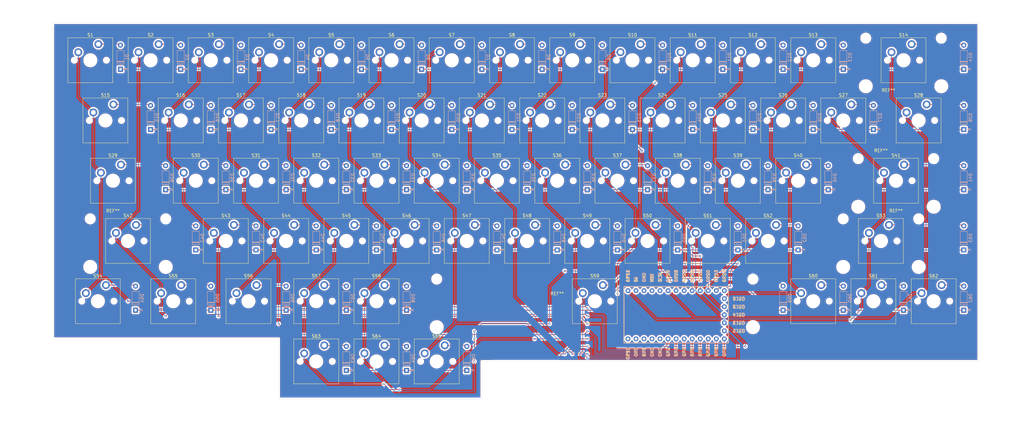
<source format=kicad_pcb>
(kicad_pcb (version 20240108) (generator "pcbnew") (generator_version "8.0")
  (layers (0 "F.Cu" signal) (31 "B.Cu" signal) (34 "B.Paste" user) (35 "F.Paste" user) (36 "B.SilkS" user "B.Silkscreen") (37 "F.SilkS" user "F.Silkscreen") (38 "B.Mask" user) (39 "F.Mask" user) (44 "Edge.Cuts" user))
  (net 0 "")
  (net 1 "Net-(D1-A)")
  (net 2 "Row 0")
  (net 3 "Net-(D2-A)")
  (net 4 "Net-(D3-A)")
  (net 5 "Net-(D4-A)")
  (net 6 "Net-(D5-A)")
  (net 7 "Net-(D6-A)")
  (net 8 "Net-(D7-A)")
  (net 9 "Net-(D8-A)")
  (net 10 "Net-(D9-A)")
  (net 11 "Net-(D10-A)")
  (net 12 "Net-(D11-A)")
  (net 13 "Net-(D12-A)")
  (net 14 "Net-(D13-A)")
  (net 15 "Net-(D14-A)")
  (net 16 "Row 1")
  (net 17 "Row 4")
  (net 18 "Net-(D15-A)")
  (net 19 "Net-(D16-A)")
  (net 20 "Net-(D17-A)")
  (net 21 "Net-(D19-A)")
  (net 22 "Net-(D20-A)")
  (net 23 "Net-(D21-A)")
  (net 24 "Net-(D22-A)")
  (net 25 "Net-(D23-A)")
  (net 26 "Net-(D24-A)")
  (net 27 "Net-(D25-A)")
  (net 28 "Net-(D26-A)")
  (net 29 "Net-(D27-A)")
  (net 30 "Net-(D28-A)")
  (net 31 "Net-(D29-A)")
  (net 32 "Net-(D30-A)")
  (net 33 "Net-(D32-A)")
  (net 34 "Row 2")
  (net 35 "Net-(D33-A)")
  (net 36 "Row 3")
  (net 37 "Net-(D36-A)")
  (net 38 "Net-(D37-A)")
  (net 39 "Net-(D38-A)")
  (net 40 "Net-(D39-A)")
  (net 41 "Net-(D40-A)")
  (net 42 "Net-(D41-A)")
  (net 43 "Net-(D42-A)")
  (net 44 "Net-(D43-A)")
  (net 45 "Net-(D44-A)")
  (net 46 "Net-(D45-A)")
  (net 47 "Net-(D46-A)")
  (net 48 "Net-(D47-A)")
  (net 49 "Net-(D48-A)")
  (net 50 "Net-(D49-A)")
  (net 51 "Net-(D50-A)")
  (net 52 "Net-(D51-A)")
  (net 53 "Net-(D52-A)")
  (net 54 "Net-(D53-A)")
  (net 55 "Net-(D54-A)")
  (net 56 "Net-(D55-A)")
  (net 57 "Net-(D56-A)")
  (net 58 "Net-(D57-A)")
  (net 59 "Net-(D58-A)")
  (net 60 "Net-(D59-A)")
  (net 61 "Net-(D65-A)")
  (net 62 "Row 5")
  (net 63 "Col 0")
  (net 64 "Col 1")
  (net 65 "Col 2")
  (net 66 "Col 3")
  (net 67 "Col 4")
  (net 68 "Col 5")
  (net 69 "Col 6")
  (net 70 "Col 7")
  (net 71 "Col 8")
  (net 72 "Col 9")
  (net 73 "Col 10")
  (net 74 "Col 11")
  (net 75 "Col 12")
  (net 76 "Col 14")
  (net 77 "Col 13")
  (net 88 "Net-(D18-A)")
  (net 89 "Net-(D31-A)")
  (net 90 "Net-(D34-A)")
  (net 91 "Net-(D35-A)")
  (net 92 "Net-(D60-A)")
  (net 93 "Net-(D61-A)")
  (net 94 "Net-(D62-A)")
  (net 95 "Net-(D63-A)")
  (net 96 "Net-(D64-A)")
  (footprint "ScottoKeebs_MX:MX_PCB_1.00u" (layer "F.Cu") (at 147.6375 157.1625)
    (property "Reference" "S63")
    (property "Value" "Keyswitch")
  )
  (footprint "ScottoKeebs_MX:MX_PCB_1.00u" (layer "F.Cu") (at 280.9875 100.0125)
    (property "Reference" "S39")
    (property "Value" "Keyswitch")
  )
  (footprint "ScottoKeebs_MX:MX_PCB_1.25u" (layer "F.Cu") (at 126.20625 138.1125)
    (property "Reference" "S56")
    (property "Value" "Keyswitch")
  )
  (footprint "ScottoKeebs_MCU:RP2040_Pro_Micro" (layer "F.Cu") (at 262.73125 142.39875 90)
    (property "Reference" "U1" (hide yes))
    (property "Value" "RP2040_Pro_Micro" (hide yes))
  )
  (footprint "ScottoKeebs_MX:MX_PCB_1.00u" (layer "F.Cu") (at 147.6375 100.0125)
    (property "Reference" "S32")
    (property "Value" "Keyswitch")
  )
  (footprint "ScottoKeebs_MX:MX_PCB_1.00u" (layer "F.Cu") (at 190.5 61.9125)
    (property "Reference" "S7")
    (property "Value" "Keyswitch")
  )
  (footprint "ScottoKeebs_MX:MX_PCB_1.00u" (layer "F.Cu") (at 180.975 80.9625)
    (property "Reference" "S20")
    (property "Value" "Keyswitch")
  )
  (footprint "ScottoKeebs_MX:MX_PCB_1.00u" (layer "F.Cu") (at 119.0625 119.0625)
    (property "Reference" "S43")
    (property "Value" "Keyswitch")
  )
  (footprint "ScottoKeebs_MX:MX_PCB_1.25u" (layer "F.Cu") (at 102.39375 138.1125)
    (property "Reference" "S55")
    (property "Value" "Keyswitch")
  )
  (footprint "ScottoKeebs_MX:MX_PCB_1.00u" (layer "F.Cu") (at 138.1125 119.0625)
    (property "Reference" "S44")
    (property "Value" "Keyswitch")
  )
  (footprint "ScottoKeebs_MX:MX_PCB_1.00u" (layer "F.Cu") (at 166.6875 138.1125)
    (property "Reference" "S58")
    (property "Value" "Keyswitch")
  )
  (footprint "ScottoKeebs_MX:MX_PCB_1.00u" (layer "F.Cu") (at 228.6 61.9125)
    (property "Reference" "S9")
    (property "Value" "Keyswitch")
  )
  (footprint "ScottoKeebs_MX:MX_PCB_2.75u" (layer "F.Cu") (at 326.23125 119.0625)
    (property "Reference" "S53")
    (property "Value" "Keyswitch")
  )
  (footprint "ScottoKeebs_MX:MX_PCB_6.25u" (layer "F.Cu") (at 235.74375 138.1125)
    (property "Reference" "S59")
    (property "Value" "Keyswitch")
  )
  (footprint "ScottoKeebs_MX:MX_PCB_1.00u" (layer "F.Cu") (at 242.8875 100.0125)
    (property "Reference" "S37")
    (property "Value" "Keyswitch")
  )
  (footprint "ScottoKeebs_MX:MX_PCB_1.00u" (layer "F.Cu") (at 195.2625 119.0625)
    (property "Reference" "S47")
    (property "Value" "Keyswitch")
  )
  (footprint "ScottoKeebs_MX:MX_PCB_1.00u" (layer "F.Cu") (at 171.45 61.9125)
    (property "Reference" "S6")
    (property "Value" "Keyswitch")
  )
  (footprint "ScottoKeebs_MX:MX_PCB_2.25u" (layer "F.Cu") (at 330.99375 100.0125)
    (property "Reference" "S41")
    (property "Value" "Keyswitch")
  )
  (footprint "ScottoKeebs_MX:MX_PCB_1.00u" (layer "F.Cu") (at 257.175 80.9625)
    (property "Reference" "S24")
    (property "Value" "Keyswitch")
  )
  (footprint "ScottoKeebs_MX:MX_PCB_1.00u" (layer "F.Cu") (at 185.7375 157.1625)
    (property "Reference" "S65")
    (property "Value" "Keyswitch")
  )
  (footprint "ScottoKeebs_Stabilizer:Stabilizer_MX_2.00u" (layer "F.Cu") (at 88.10625 119.0625)
    (property "Reference" "REF**")
    (property "Value" "Stabilizer_MX_2.00u")
  )
  (footprint "ScottoKeebs_MX:MX_PCB_1.00u" (layer "F.Cu") (at 200.025 80.9625)
    (property "Reference" "S21")
    (property "Value" "Keyswitch")
  )
  (footprint "ScottoKeebs_MX:MX_PCB_1.00u" (layer "F.Cu") (at 176.2125 119.0625)
    (property "Reference" "S46")
    (property "Value" "Keyswitch")
  )
  (footprint "ScottoKeebs_MX:MX_PCB_1.75u" (layer "F.Cu") (at 83.34375 100.0125)
    (property "Reference" "S29")
    (property "Value" "Keyswitch")
  )
  (footprint "ScottoKeebs_MX:MX_PCB_1.00u" (layer "F.Cu") (at 142.875 80.9625)
    (property "Reference" "S18")
    (property "Value" "Keyswitch")
  )
  (footprint "ScottoKeebs_MX:MX_PCB_1.00u" (layer "F.Cu") (at 304.8 61.9125)
    (property "Reference" "S13")
    (property "Value" "Keyswitch")
  )
  (footprint "ScottoKeebs_MX:MX_PCB_1.00u" (layer "F.Cu") (at 157.1625 119.0625)
    (property "Reference" "S45")
    (property "Value" "Keyswitch")
  )
  (footprint "ScottoKeebs_MX:MX_PCB_1.00u" (layer "F.Cu") (at 233.3625 119.0625)
    (property "Reference" "S49")
    (property "Value" "Keyswitch")
  )
  (footprint "ScottoKeebs_MX:MX_PCB_1.50u" (layer "F.Cu") (at 80.9625 80.9625)
    (property "Reference" "S15")
    (property "Value" "Keyswitch")
  )
  (footprint "ScottoKeebs_Stabilizer:Stabilizer_MX_2.00u" (layer "F.Cu") (at 326.23125 119.0625)
    (property "Reference" "REF**")
    (property "Value" "Stabilizer_MX_2.00u")
  )
  (footprint "ScottoKeebs_MX:MX_PCB_1.00u" (layer "F.Cu") (at 323.85 138.1125)
    (property "Reference" "S61")
    (property "Value" "Keyswitch")
  )
  (footprint "ScottoKeebs_MX:MX_PCB_1.00u" (layer "F.Cu") (at 109.5375 100.0125)
    (property "Reference" "S30")
    (property "Value" "Keyswitch")
  )
  (footprint "ScottoKeebs_MX:MX_PCB_1.00u" (layer "F.Cu") (at 114.3 61.9125)
    (property "Reference" "S3")
    (property "Value" "Keyswitch")
  )
  (footprint "ScottoKeebs_MX:MX_PCB_1.00u" (layer "F.Cu") (at 247.65 61.9125)
    (property "Reference" "S10")
    (property "Value" "Keyswitch")
  )
  (footprint "ScottoKeebs_MX:MX_PCB_1.00u" (layer "F.Cu") (at 166.6875 157.1625)
    (property "Reference" "S64")
    (property "Value" "Keyswitch")
  )
  (footprint "ScottoKeebs_MX:MX_PCB_1.00u" (layer "F.Cu") (at 133.35 61.9125)
    (property "Reference" "S4")
    (property "Value" "Keyswitch")
  )
  (footprint "ScottoKeebs_MX:MX_PCB_1.00u" (layer "F.Cu") (at 314.325 80.9625)
    (property "Reference" "S27")
    (property "Value" "Keyswitch")
  )
  (footprint "ScottoKeebs_MX:MX_PCB_1.00u" (layer "F.Cu") (at 147.6375 138.1125)
    (property "Reference" "S57")
    (property "Value" "Keyswitch")
  )
  (footprint "ScottoKeebs_MX:MX_PCB_1.00u" (layer "F.Cu") (at 342.9 138.1125)
    (property "Reference" "S62")
    (property "Value" "Keyswitch")
  )
  (footprint "ScottoKeebs_MX:MX_PCB_1.00u" (layer "F.Cu") (at 295.275 80.9625)
    (property "Reference" "S26")
    (property "Value" "Keyswitch")
  )
  (footprint "ScottoKeebs_MX:MX_PCB_1.00u" (layer "F.Cu") (at 152.4 61.9125)
    (property "Reference" "S5")
    (property "Value" "Keyswitch")
  )
  (footprint "ScottoKeebs_MX:MX_PCB_1.00u" (layer "F.Cu") (at 104.775 80.9625)
    (property "Reference" "S16")
    (property "Value" "Keyswitch")
  )
  (footprint "ScottoKeebs_MX:MX_PCB_2.25u" (layer "F.Cu") (at 88.10625 119.0625)
    (property "Reference" "S42")
    (property "Value" "Keyswitch")
  )
  (footprint "ScottoKeebs_MX:MX_PCB_1.00u" (layer "F.Cu") (at 185.7375 100.0125)
    (property "Reference" "S34")
    (property "Value" "Keyswitch")
  )
  (footprint "ScottoKeebs_MX:MX_PCB_1.00u" (layer "F.Cu") (at 261.9375 100.0125)
    (property "Reference" "S38")
    (property "Value" "Keyswitch")
  )
  (footprint "ScottoKeebs_MX:MX_PCB_1.00u" (layer "F.Cu") (at 128.5875 100.0125)
    (property "Reference" "S31")
    (property "Value" "Keyswitch")
  )
  (footprint "ScottoKeebs_MX:MX_PCB_1.00u" (layer "F.Cu") (at 304.8 138.1125)
    (property "Reference" "S60")
    (property "Value" "Keyswitch")
  )
  (footprint "ScottoKeebs_MX:MX_PCB_1.00u" (layer "F.Cu") (at 266.7 61.9125)
    (property "Reference" "S11")
    (property "Value" "Keyswitch")
  )
  (footprint "ScottoKeebs_MX:MX_PCB_1.00u" (layer "F.Cu") (at 166.6875 100.0125)
    (property "Reference" "S33")
    (property "Value" "Keyswitch")
  )
  (footprint "ScottoKeebs_MX:MX_PCB_1.00u" (layer "F.Cu") (at 276.225 80.9625)
    (property "Reference" "S25")
    (property "Value" "Keyswitch")
  )
  (footprint "ScottoKeebs_MX:MX_PCB_1.00u" (layer "F.Cu") (at 95.25 61.9125)
    (property "Reference" "S2")
    (property "Value" "Keyswitch")
  )
  (footprint "ScottoKeebs_MX:MX_PCB_1.00u" (layer "F.Cu") (at 238.125 80.9625)
    (property "Reference" "S23")
    (property "Value" "Keyswitch")
  )
  (footprint "ScottoKeebs_MX:MX_PCB_1.00u" (layer "F.Cu") (at 76.2 61.9125)
    (property "Reference" "S1")
    (property "Value" "Keyswitch")
  )
  (footprint "ScottoKeebs_MX:MX_PCB_1.00u" (layer "F.Cu") (at 271.4625 119.0625)
    (property "Reference" "S51")
    (property "Value" "Keyswitch")
  )
  (footprint "ScottoKeebs_Stabilizer:Stabilizer_MX_6.25u" (layer "F.Cu") (at 235.74375 138.1125)
    (property "Reference" "REF**")
    (property "Value" "Stabilizer_MX_6.25u")
  )
  (footprint "ScottoKeebs_MX:MX_PCB_1.00u" (layer "F.Cu") (at 252.4125 119.0625)
    (property "Reference" "S50")
    (property "Value" "Keyswitch")
  )
  (footprint "ScottoKeebs_Stabilizer:Stabilizer_MX_2.00u" (layer "F.Cu") (at 333.375 61.9125)
    (property "Reference" "REF**")
    (property "Value" "Stabilizer_MX_2.00u")
  )
  (footprint "ScottoKeebs_MX:MX_PCB_1.00u" (layer "F.Cu") (at 219.075 80.9625)
    (property "Reference" "S22")
    (property "Value" "Keyswitch")
  )
  (footprint "ScottoKeebs_MX:MX_PCB_1.00u" (layer "F.Cu") (at 204.7875 100.0125)
    (property "Reference" "S35")
    (property "Value" "Keyswitch")
  )
  (footprint "ScottoKeebs_MX:MX_PCB_2.00u" (layer "F.Cu") (at 333.375 61.9125)
    (property "Reference" "S14")
    (property "Value" "Keyswitch")
  )
  (footprint "ScottoKeebs_MX:MX_PCB_1.25u" (layer "F.Cu") (at 78.58125 138.1125)
    (property "Reference" "S54")
    (property "Value" "Keyswitch")
  )
  (footprint "ScottoKeebs_MX:MX_PCB_1.00u" (layer "F.Cu") (at 300.0375 100.0125)
    (property "Reference" "S40")
    (property "Value" "Keyswitch")
  )
  (footprint "ScottoKeebs_MX:MX_PCB_1.00u" (layer "F.Cu") (at 161.925 80.9625)
    (property "Reference" "S19")
    (property "Value" "Keyswitch")
  )
  (footprint "ScottoKeebs_MX:MX_PCB_1.00u" (layer "F.Cu") (at 223.8375 100.0125)
    (property "Reference" "S36")
    (property "Value" "Keyswitch")
  )
  (footprint "ScottoKeebs_MX:MX_PCB_1.00u" (layer "F.Cu") (at 285.75 61.9125)
    (property "Reference" "S12")
    (property "Value" "Keyswitch")
  )
  (footprint "ScottoKeebs_Stabilizer:Stabilizer_MX_2.00u" (layer "F.Cu") (at 330.99375 100.0125)
    (property "Reference" "REF**")
    (property "Value" "Stabilizer_MX_2.00u")
  )
  (footprint "ScottoKeebs_MX:MX_PCB_1.00u" (layer "F.Cu") (at 123.825 80.9625)
    (property "Reference" "S17")
    (property "Value" "Keyswitch")
  )
  (footprint "ScottoKeebs_MX:MX_PCB_1.00u" (layer "F.Cu") (at 290.5125 119.0625)
    (property "Reference" "S52")
    (property "Value" "Keyswitch")
  )
  (footprint "ScottoKeebs_MX:MX_PCB_1.00u" (layer "F.Cu") (at 214.3125 119.0625)
    (property "Reference" "S48")
    (property "Value" "Keyswitch")
  )
  (footprint "ScottoKeebs_MX:MX_PCB_1.50u" (layer "F.Cu") (at 338.1375 80.9625)
    (property "Reference" "S28")
    (property "Value" "Keyswitch")
  )
  (footprint "ScottoKeebs_MX:MX_PCB_1.00u" (layer "F.Cu") (at 209.55 61.9125)
    (property "Reference" "S8")
    (property "Value" "Keyswitch")
  )
  (footprint "ScottoKeebs_Components:Diode_DO-35" (layer "B.Cu") (at 85.725 64.77 90)
    (property "Reference" "D1")
    (property "Value" "Diode")
  )
  (footprint "ScottoKeebs_Components:Diode_DO-35" (layer "B.Cu") (at 209.55 83.82 90)
    (property "Reference" "D21")
    (property "Value" "Diode")
  )
  (footprint "ScottoKeebs_Components:Diode_DO-35" (layer "B.Cu") (at 166.6875 121.92 90)
    (property "Reference" "D45")
    (property "Value" "Diode")
  )
  (footprint "ScottoKeebs_Components:Diode_DO-35" (layer "B.Cu") (at 280.9875 121.92 90)
    (property "Reference" "D51")
    (property "Value" "Diode")
  )
  (footprint "ScottoKeebs_Components:Diode_DO-35" (layer "B.Cu") (at 90.4875 140.97 90)
    (property "Reference" "D54")
    (property "Value" "Diode")
  )
  (footprint "ScottoKeebs_Components:Diode_DO-35" (layer "B.Cu") (at 271.4625 102.87 90)
    (property "Reference" "D38")
    (property "Value" "Diode")
  )
  (footprint "ScottoKeebs_Components:Diode_DO-35" (layer "B.Cu") (at 352.425 102.87 90)
    (property "Reference" "D41")
    (property "Value" "Diode")
  )
  (footprint "ScottoKeebs_Components:Diode_DO-35" (layer "B.Cu") (at 214.3125 102.87 90)
    (property "Reference" "D35")
    (property "Value" "Diode")
  )
  (footprint "ScottoKeebs_Components:Diode_DO-35" (layer "B.Cu") (at 352.425 64.77 90)
    (property "Reference" "D14")
    (property "Value" "Diode")
  )
  (footprint "ScottoKeebs_Components:Diode_DO-35" (layer "B.Cu") (at 233.3625 102.87 90)
    (property "Reference" "D36")
    (property "Value" "Diode")
  )
  (footprint "ScottoKeebs_Components:Diode_DO-35" (layer "B.Cu") (at 133.35 83.82 90)
    (property "Reference" "D17")
    (property "Value" "Diode")
  )
  (footprint "ScottoKeebs_Components:Diode_DO-35" (layer "B.Cu") (at 219.075 64.77 90)
    (property "Reference" "D8")
    (property "Value" "Diode")
  )
  (footprint "ScottoKeebs_Components:Diode_DO-35" (layer "B.Cu") (at 295.275 64.77 90)
    (property "Reference" "D12")
    (property "Value" "Diode")
  )
  (footprint "ScottoKeebs_Components:Diode_DO-35" (layer "B.Cu") (at 352.425 140.97 90)
    (property "Reference" "D62")
    (property "Value" "Diode")
  )
  (footprint "ScottoKeebs_Components:Diode_DO-35" (layer "B.Cu") (at 309.5625 102.87 90)
    (property "Reference" "D40")
    (property "Value" "Diode")
  )
  (footprint "ScottoKeebs_Components:Diode_DO-35" (layer "B.Cu") (at 176.2125 160.02 90)
    (property "Reference" "D64")
    (property "Value" "Diode")
  )
  (footprint "ScottoKeebs_Components:Diode_DO-35" (layer "B.Cu") (at 138.1125 140.97 90)
    (property "Reference" "D56")
    (property "Value" "Diode")
  )
  (footprint "ScottoKeebs_Components:Diode_DO-35" (layer "B.Cu") (at 114.3 140.97 90)
    (property "Reference" "D55")
    (property "Value" "Diode")
  )
  (footprint "ScottoKeebs_Components:Diode_DO-35" (layer "B.Cu") (at 204.7875 121.92 90)
    (property "Reference" "D47")
    (property "Value" "Diode")
  )
  (footprint "ScottoKeebs_Components:Diode_DO-35" (layer "B.Cu") (at 333.375 140.97 90)
    (property "Reference" "D61")
    (property "Value" "Diode")
  )
  (footprint "ScottoKeebs_Components:Diode_DO-35" (layer "B.Cu") (at 100.0125 102.87 90)
    (property "Reference" "D29")
    (property "Value" "Diode")
  )
  (footprint "ScottoKeebs_Components:Diode_DO-35" (layer "B.Cu") (at 304.8 83.82 90)
    (property "Reference" "D26")
    (property "Value" "Diode")
  )
  (footprint "ScottoKeebs_Components:Diode_DO-35" (layer "B.Cu") (at 123.825 64.77 90)
    (property "Reference" "D3")
    (property "Value" "Diode")
  )
  (footprint "ScottoKeebs_Components:Diode_DO-35" (layer "B.Cu") (at 290.5125 102.87 90)
    (property "Reference" "D39")
    (property "Value" "Diode")
  )
  (footprint "ScottoKeebs_Components:Diode_DO-35" (layer "B.Cu") (at 352.425 121.92 90)
    (property "Reference" "D53")
    (property "Value" "Diode")
  )
  (footprint "ScottoKeebs_Components:Diode_DO-35" (layer "B.Cu") (at 252.4125 102.87 90)
    (property "Reference" "D37")
    (property "Value" "Diode")
  )
  (footprint "ScottoKeebs_Components:Diode_DO-35" (layer "B.Cu") (at 142.875 64.77 90)
    (property "Reference" "D4")
    (property "Value" "Diode")
  )
  (footprint "ScottoKeebs_Components:Diode_DO-35" (layer "B.Cu") (at 242.8875 121.92 90)
    (property "Reference" "D49")
    (property "Value" "Diode")
  )
  (footprint "ScottoKeebs_Components:Diode_DO-35" (layer "B.Cu") (at 352.425 83.82 90)
    (property "Reference" "D28")
    (property "Value" "Diode")
  )
  (footprint "ScottoKeebs_Components:Diode_DO-35" (layer "B.Cu") (at 109.5375 121.92 90)
    (property "Reference" "D42")
    (property "Value" "Diode")
  )
  (footprint "ScottoKeebs_Components:Diode_DO-35" (layer "B.Cu") (at 180.975 64.77 90)
    (property "Reference" "D6")
    (property "Value" "Diode")
  )
  (footprint "ScottoKeebs_Components:Diode_DO-35" (layer "B.Cu") (at 119.0625 102.87 90)
    (property "Reference" "D30")
    (property "Value" "Diode")
  )
  (footprint "ScottoKeebs_Components:Diode_DO-35" (layer "B.Cu") (at 200.025 64.77 90)
    (property "Reference" "D7")
    (property "Value" "Diode")
  )
  (footprint "ScottoKeebs_Components:Diode_DO-35" (layer "B.Cu") (at 257.175 64.77 90)
    (property "Reference" "D10")
    (property "Value" "Diode")
  )
  (footprint "ScottoKeebs_Components:Diode_DO-35" (layer "B.Cu") (at 285.75 83.82 90)
    (property "Reference" "D25")
    (property "Value" "Diode")
  )
  (footprint "ScottoKeebs_Components:Diode_DO-35" (layer "B.Cu") (at 95.25 83.82 90)
    (property "Reference" "D15")
    (property "Value" "Diode")
  )
  (footprint "ScottoKeebs_Components:Diode_DO-35" (layer "B.Cu") (at 161.925 64.77 90)
    (property "Reference" "D5")
    (property "Value" "Diode")
  )
  (footprint "ScottoKeebs_Components:Diode_DO-35" (layer "B.Cu") (at 314.325 64.77 90)
    (property "Reference" "D13")
    (property "Value" "Diode")
  )
  (footprint "ScottoKeebs_Components:Diode_DO-35" (layer "B.Cu") (at 300.0375 121.92 90)
    (property "Reference" "D52")
    (property "Value" "Diode")
  )
  (footprint "ScottoKeebs_Components:Diode_DO-35" (layer "B.Cu") (at 157.1625 160.02 90)
    (property "Reference" "D63")
    (property "Value" "Diode")
  )
  (footprint "ScottoKeebs_Components:Diode_DO-35" (layer "B.Cu") (at 152.4 83.82 90)
    (property "Reference" "D18")
    (property "Value" "Diode")
  )
  (footprint "ScottoKeebs_Components:Diode_DO-35" (layer "B.Cu") (at 176.2125 140.97 90)
    (property "Reference" "D58")
    (property "Value" "Diode")
  )
  (footprint "ScottoKeebs_Components:Diode_DO-35" (layer "B.Cu") (at 223.8375 121.92 90)
    (property "Reference" "D48")
    (property "Value" "Diode")
  )
  (footprint "ScottoKeebs_Components:Diode_DO-35" (layer "B.Cu") (at 228.6 83.82 90)
    (property "Reference" "D22")
    (property "Value" "Diode")
  )
  (footprint "ScottoKeebs_Components:Diode_DO-35" (layer "B.Cu") (at 128.5875 121.92 90)
    (property "Reference" "D43")
    (property "Value" "Diode")
  )
  (footprint "ScottoKeebs_Components:Diode_DO-35" (layer "B.Cu") (at 323.85 83.82 90)
    (property "Reference" "D27")
    (property "Value" "Diode")
  )
  (footprint "ScottoKeebs_Components:Diode_DO-35" (layer "B.Cu") (at 185.7375 121.92 90)
    (property "Reference" "D46")
    (property "Value" "Diode")
  )
  (footprint "ScottoKeebs_Components:Diode_DO-35" (layer "B.Cu") (at 190.5 83.82 90)
    (property "Reference" "D20")
    (property "Value" "Diode")
  )
  (footprint "ScottoKeebs_Components:Diode_DO-35" (layer "B.Cu") (at 266.7 83.82 90)
    (property "Reference" "D24")
    (property "Value" "Diode")
  )
  (footprint "ScottoKeebs_Components:Diode_DO-35" (layer "B.Cu") (at 157.1625 102.87 90)
    (property "Reference" "D32")
    (property "Value" "Diode")
  )
  (footprint "ScottoKeebs_Components:Diode_DO-35" (layer "B.Cu") (at 138.1125 102.87 90)
    (property "Reference" "D31")
    (property "Value" "Diode")
  )
  (footprint "ScottoKeebs_Components:Diode_DO-35" (layer "B.Cu") (at 238.125 64.77 90)
    (property "Reference" "D9")
    (property "Value" "Diode")
  )
  (footprint "ScottoKeebs_Components:Diode_DO-35" (layer "B.Cu") (at 295.275 140.97 90)
    (property "Reference" "D59")
    (property "Value" "Diode")
  )
  (footprint "ScottoKeebs_Components:Diode_DO-35" (layer "B.Cu") (at 114.3 83.82 90)
    (property "Reference" "D16")
    (property "Value" "Diode")
  )
  (footprint "ScottoKeebs_Components:Diode_DO-35" (layer "B.Cu") (at 147.6375 121.92 90)
    (property "Reference" "D44")
    (property "Value" "Diode")
  )
  (footprint "ScottoKeebs_Components:Diode_DO-35" (layer "B.Cu") (at 195.2625 102.87 90)
    (property "Reference" "D34")
    (property "Value" "Diode")
  )
  (footprint "ScottoKeebs_Components:Diode_DO-35" (layer "B.Cu") (at 276.225 64.77 90)
    (property "Reference" "D11")
    (property "Value" "Diode")
  )
  (footprint "ScottoKeebs_Components:Diode_DO-35" (layer "B.Cu") (at 157.1625 140.97 90)
    (property "Reference" "D57")
    (property "Value" "Diode")
  )
  (footprint "ScottoKeebs_Components:Diode_DO-35" (layer "B.Cu") (at 171.45 83.82 90)
    (property "Reference" "D19")
    (property "Value" "Diode")
  )
  (footprint "ScottoKeebs_Components:Diode_DO-35" (layer "B.Cu") (at 261.9375 121.92 90)
    (property "Reference" "D50")
    (property "Value" "Diode")
  )
  (footprint "ScottoKeebs_Components:Diode_DO-35" (layer "B.Cu") (at 104.775 64.77 90)
    (property "Reference" "D2")
    (property "Value" "Diode")
  )
  (footprint "ScottoKeebs_Components:Diode_DO-35" (layer "B.Cu") (at 314.325 140.97 90)
    (property "Reference" "D60")
    (property "Value" "Diode")
  )
  (footprint "ScottoKeebs_Components:Diode_DO-35" (layer "B.Cu") (at 195.2625 160.02 90)
    (property "Reference" "D65")
    (property "Value" "Diode")
  )
  (footprint "ScottoKeebs_Components:Diode_DO-35" (layer "B.Cu") (at 247.65 83.82 90)
    (property "Reference" "D23")
    (property "Value" "Diode")
  )
  (footprint "ScottoKeebs_Components:Diode_DO-35" (layer "B.Cu") (at 176.2125 102.87 90)
    (property "Reference" "D33")
    (property "Value" "Diode")
  )
  (gr_line (start 354.80625 50.00625) (end 357.1875 50.00625) (stroke (width 0.05)) (layer "Edge.Cuts"))
  (gr_line (start 200.025 169.06875) (end 200.025 157.1625) (stroke (width 0.05)) (layer "Edge.Cuts"))
  (gr_line (start 357.1875 157.1625) (end 357.1875 150.01875) (stroke (width 0.05)) (layer "Edge.Cuts"))
  (gr_line (start 357.1875 50.00625) (end 357.1875 150.01875) (stroke (width 0.05)) (layer "Edge.Cuts"))
  (gr_line (start 64.29375 150.01875) (end 135.73125 150.01875) (stroke (width 0.05)) (layer "Edge.Cuts"))
  (gr_line (start 135.73125 150.01875) (end 135.73125 169.06875) (stroke (width 0.05)) (layer "Edge.Cuts"))
  (gr_line (start 354.80625 50.00625) (end 64.29375 50.00625) (stroke (width 0.05)) (layer "Edge.Cuts"))
  (gr_line (start 64.29375 50.00625) (end 64.29375 150.01875) (stroke (width 0.05)) (layer "Edge.Cuts"))
  (gr_line (start 135.73125 169.06875) (end 200.025 169.06875) (stroke (width 0.05)) (layer "Edge.Cuts"))
  (gr_line (start 200.025 157.1625) (end 357.1875 157.1625) (stroke (width 0.05)) (layer "Edge.Cuts"))
  (segment (start 78.74 56.8325) (end 85.4075 56.8325) (width 0.2) (layer "F.Cu") (net 1))
  (segment (start 85.4075 56.8325) (end 85.725 57.15) (width 0.2) (layer "F.Cu") (net 1))
  (segment (start 261.46125 133.47375) (end 259.55625 131.56875) (width 0.2) (layer "F.Cu") (net 2))
  (segment (start 257.175 66.675) (end 257.175 64.77) (width 0.2) (layer "F.Cu") (net 2))
  (segment (start 254.79375 69.05625) (end 257.175 66.675) (width 0.2) (layer "F.Cu") (net 2))
  (segment (start 261.46125 134.77875) (end 261.46125 133.47375) (width 0.2) (layer "F.Cu") (net 2))
  (segment (start 85.725 64.77) (end 352.425 64.77) (width 0.2) (layer "F.Cu") (net 2))
  (via (at 259.55625 131.56875) (size 0.6) (drill 0.3) (layers "F.Cu" "B.Cu") (net 2))
  (via (at 254.79375 69.05625) (size 0.6) (drill 0.3) (layers "F.Cu" "B.Cu") (net 2))
  (segment (start 259.55625 131.56875) (end 259.55625 130.96875) (width 0.2) (layer "B.Cu") (net 2))
  (segment (start 256.2675 118.555088) (end 250.03125 112.318838) (width 0.2) (layer "B.Cu") (net 2))
  (segment (start 250.03125 112.318838) (end 250.03125 73.81875) (width 0.2) (layer "B.Cu") (net 2))
  (segment (start 259.55625 130.96875) (end 256.2675 127.68) (width 0.2) (layer "B.Cu") (net 2))
  (segment (start 250.03125 73.81875) (end 254.79375 69.05625) (width 0.2) (layer "B.Cu") (net 2))
  (segment (start 256.2675 127.68) (end 256.2675 118.555088) (width 0.2) (layer "B.Cu") (net 2))
  (segment (start 97.79 56.8325) (end 104.4575 56.8325) (width 0.2) (layer "F.Cu") (net 3))
  (segment (start 104.4575 56.8325) (end 104.775 57.15) (width 0.2) (layer "F.Cu") (net 3))
  (segment (start 123.5075 56.8325) (end 123.825 57.15) (width 0.2) (layer "F.Cu") (net 4))
  (segment (start 116.84 56.8325) (end 123.5075 56.8325) (width 0.2) (layer "F.Cu") (net 4))
  (segment (start 135.89 56.8325) (end 142.5575 56.8325) (width 0.2) (layer "F.Cu") (net 5))
  (segment (start 142.5575 56.8325) (end 142.875 57.15) (width 0.2) (layer "F.Cu") (net 5))
  (segment (start 154.94 56.8325) (end 161.6075 56.8325) (width 0.2) (layer "F.Cu") (net 6))
  (segment (start 161.6075 56.8325) (end 161.925 57.15) (width 0.2) (layer "F.Cu") (net 6))
  (segment (start 180.6575 56.8325) (end 180.975 57.15) (width 0.2) (layer "F.Cu") (net 7))
  (segment (start 173.99 56.8325) (end 180.6575 56.8325) (width 0.2) (layer "F.Cu") (net 7))
  (segment (start 199.7075 56.8325) (end 200.025 57.15) (width 0.2) (layer "F.Cu") (net 8))
  (segment (start 193.04 56.8325) (end 199.7075 56.8325) (width 0.2) (layer "F.Cu") (net 8))
  (segment (start 212.09 56.8325) (end 218.7575 56.8325) (width 0.2) (layer "F.Cu") (net 9))
  (segment (start 218.7575 56.8325) (end 219.075 57.15) (width 0.2) (layer "F.Cu") (net 9))
  (segment (start 231.14 56.8325) (end 237.8075 56.8325) (width 0.2) (layer "F.Cu") (net 10))
  (segment (start 237.8075 56.8325) (end 238.125 57.15) (width 0.2) (layer "F.Cu") (net 10))
  (segment (start 256.8575 56.8325) (end 257.175 57.15) (width 0.2) (layer "F.Cu") (net 11))
  (segment (start 250.19 56.8325) (end 256.8575 56.8325) (width 0.2) (layer "F.Cu") (net 11))
  (segment (start 269.24 56.8325) (end 275.9075 56.8325) (width 0.2) (layer "F.Cu") (net 12))
  (segment (start 275.9075 56.8325) (end 276.225 57.15) (width 0.2) (layer "F.Cu") (net 12))
  (segment (start 294.9575 56.8325) (end 295.275 57.15) (width 0.2) (layer "F.Cu") (net 13))
  (segment (start 288.29 56.8325) (end 294.9575 56.8325) (width 0.2) (layer "F.Cu") (net 13))
  (segment (start 314.0075 56.8325) (end 314.325 57.15) (width 0.2) (layer "F.Cu") (net 14))
  (segment (start 307.34 56.8325) (end 314.0075 56.8325) (width 0.2) (layer "F.Cu") (net 14))
  (segment (start 335.915 56.8325) (end 352.1075 56.8325) (width 0.2) (layer "F.Cu") (net 15))
  (segment (start 352.1075 56.8325) (end 352.425 57.15) (width 0.2) (layer "F.Cu") (net 15))
  (segment (start 247.65 87.50625) (end 247.65 83.82) (width 0.2) (layer "F.Cu") (net 16))
  (segment (start 250.63125 90.4875) (end 247.65 87.50625) (width 0.2) (layer "F.Cu") (net 16))
  (segment (start 264.00125 134.77875) (end 264.00125 131.88625) (width 0.2) (layer "F.Cu") (net 16))
  (segment (start 264.00125 131.88625) (end 264.31875 131.56875) (width 0.2) (layer "F.Cu") (net 16))
  (segment (start 352.425 83.82) (end 95.25 83.82) (width 0.2) (layer "F.Cu") (net 16))
  (via (at 264.31875 131.56875) (size 0.6) (drill 0.3) (layers "F.Cu" "B.Cu") (net 16))
  (via (at 250.63125 90.4875) (size 0.6) (drill 0.3) (layers "F.Cu" "B.Cu") (net 16))
  (segment (start 256.350088 101.2375) (end 250.63125 95.518662) (width 0.2) (layer "B.Cu") (net 16))
  (segment (start 264.31875 113.754436) (end 256.350088 105.785774) (width 0.2) (layer "B.Cu") (net 16))
  (segment (start 256.350088 105.785774) (end 256.350088 101.2375) (width 0.2) (layer "B.Cu") (net 16))
  (segment (start 264.31875 131.56875) (end 264.31875 113.754436) (width 0.2) (layer "B.Cu") (net 16))
  (segment (start 250.63125 95.518662) (end 250.63125 90.4875) (width 0.2) (layer "B.Cu") (net 16))
  (segment (start 295.275 140.97) (end 352.425 140.97) (width 0.2) (layer "F.Cu") (net 17))
  (segment (start 290.98875 140.97) (end 295.275 140.97) (width 0.2) (layer "F.Cu") (net 17))
  (segment (start 271.62125 134.77875) (end 271.62125 131.1275) (width 0.2) (layer "F.Cu") (net 17))
  (segment (start 280.9875 130.96875) (end 290.98875 140.97) (width 0.2) (layer "F.Cu") (net 17))
  (segment (start 271.4625 130.96875) (end 280.9875 130.96875) (width 0.2) (layer "F.Cu") (net 17))
  (segment (start 90.4875 140.97) (end 236.209652 140.97) (width 0.2) (layer "F.Cu") (net 17))
  (segment (start 236.209652 140.97) (end 246.210902 130.96875) (width 0.2) (layer "F.Cu") (net 17))
  (segment (start 246.210902 130.96875) (end 271.4625 130.96875) (width 0.2) (layer "F.Cu") (net 17))
  (segment (start 271.62125 131.1275) (end 271.4625 130.96875) (width 0.2) (layer "F.Cu") (net 17))
  (segment (start 83.5025 75.8825) (end 94.9325 75.8825) (width 0.2) (layer "F.Cu") (net 18))
  (segment (start 94.9325 75.8825) (end 95.25 76.2) (width 0.2) (layer "F.Cu") (net 18))
  (segment (start 107.315 75.8825) (end 113.9825 75.8825) (width 0.2) (layer "F.Cu") (net 19))
  (segment (start 113.9825 75.8825) (end 114.3 76.2) (width 0.2) (layer "F.Cu") (net 19))
  (segment (start 133.0325 75.8825) (end 133.35 76.2) (width 0.2) (layer "F.Cu") (net 20))
  (segment (start 126.365 75.8825) (end 133.0325 75.8825) (width 0.2) (layer "F.Cu") (net 20))
  (segment (start 171.1325 75.8825) (end 171.45 76.2) (width 0.2) (layer "F.Cu") (net 21))
  (segment (start 164.465 75.8825) (end 171.1325 75.8825) (width 0.2) (layer "F.Cu") (net 21))
  (segment (start 190.1825 75.8825) (end 190.5 76.2) (width 0.2) (layer "F.Cu") (net 22))
  (segment (start 183.515 75.8825) (end 190.1825 75.8825) (width 0.2) (layer "F.Cu") (net 22))
  (segment (start 209.2325 75.8825) (end 209.55 76.2) (width 0.2) (layer "F.Cu") (net 23))
  (segment (start 202.565 75.8825) (end 209.2325 75.8825) (width 0.2) (layer "F.Cu") (net 23))
  (segment (start 221.615 75.8825) (end 228.2825 75.8825) (width 0.2) (layer "F.Cu") (net 24))
  (segment (start 228.2825 75.8825) (end 228.6 76.2) (width 0.2) (layer "F.Cu") (net 24))
  (segment (start 247.3325 75.8825) (end 247.65 76.2) (width 0.2) (layer "F.Cu") (net 25))
  (segment (start 240.665 75.8825) (end 247.3325 75.8825) (width 0.2) (layer "F.Cu") (net 25))
  (segment (start 266.3825 75.8825) (end 266.7 76.2) (width 0.2) (layer "F.Cu") (net 26))
  (segment (start 259.715 75.8825) (end 266.3825 75.8825) (width 0.2) (layer "F.Cu") (net 26))
  (segment (start 285.4325 75.8825) (end 285.75 76.2) (width 0.2) (layer "F.Cu") (net 27))
  (segment (start 278.765 75.8825) (end 285.4325 75.8825) (width 0.2) (layer "F.Cu") (net 27))
  (segment (start 297.815 75.8825) (end 304.4825 75.8825) (width 0.2) (layer "F.Cu") (net 28))
  (segment (start 304.4825 75.8825) (end 304.8 76.2) (width 0.2) (layer "F.Cu") (net 28))
  (segment (start 316.865 75.8825) (end 323.5325 75.8825) (width 0.2) (layer "F.Cu") (net 29))
  (segment (start 323.5325 75.8825) (end 323.85 76.2) (width 0.2) (layer "F.Cu") (net 29))
  (segment (start 352.1075 75.8825) (end 352.425 76.2) (width 0.2) (layer "F.Cu") (net 30))
  (segment (start 340.6775 75.8825) (end 352.1075 75.8825) (width 0.2) (layer "F.Cu") (net 30))
  (segment (start 85.88375 94.9325) (end 99.695 94.9325) (width 0.2) (layer "F.Cu") (net 31))
  (segment (start 99.695 94.9325) (end 100.0125 95.25) (width 0.2) (layer "F.Cu") (net 31))
  (segment (start 112.0775 94.9325) (end 118.745 94.9325) (width 0.2) (layer "F.Cu") (net 32))
  (segment (start 118.745 94.9325) (end 119.0625 95.25) (width 0.2) (layer "F.Cu") (net 32))
  (segment (start 156.845 94.9325) (end 157.1625 95.25) (width 0.2) (layer "F.Cu") (net 33))
  (segment (start 150.1775 94.9325) (end 156.845 94.9325) (width 0.2) (layer "F.Cu") (net 33))
  (segment (start 100.0125 102.87) (end 352.425 102.87) (width 0.2) (layer "F.Cu") (net 34))
  (segment (start 271.4625 108.092212) (end 271.4625 102.87) (width 0.2) (layer "F.Cu") (net 34))
  (segment (start 266.54125 131.7275) (end 266.7 131.56875) (width 0.2) (layer "F.Cu") (net 34))
  (segment (start 265.1575 119.7775) (end 265.1575 114.397212) (width 0.2) (layer "F.Cu") (net 34))
  (segment (start 266.7 121.32) (end 265.1575 119.7775) (width 0.2) (layer "F.Cu") (net 34))
  (segment (start 265.1575 114.397212) (end 271.4625 108.092212) (width 0.2) (layer "F.Cu") (net 34))
  (segment (start 266.54125 134.77875) (end 266.54125 131.7275) (width 0.2) (layer "F.Cu") (net 34))
  (via (at 266.7 121.32) (size 0.6) (drill 0.3) (layers "F.Cu" "B.Cu") (net 34))
  (via (at 266.7 131.56875) (size 0.6) (drill 0.3) (layers "F.Cu" "B.Cu") (net 34))
  (segment (start 265.1575 130.02625) (end 266.7 128.48375) (width 0.2) (layer "B.Cu") (net 34))
  (segment (start 266.7 128.48375) (end 266.7 121.32) (width 0.2) (layer "B.Cu") (net 34))
  (segment (start 266.7 131.56875) (end 265.1575 130.02625) (width 0.2) (layer "B.Cu") (net 34))
  (segment (start 175.895 94.9325) (end 176.2125 95.25) (width 0.2) (layer "F.Cu") (net 35))
  (segment (start 169.2275 94.9325) (end 175.895 94.9325) (width 0.2) (layer "F.Cu") (net 35))
  (segment (start 352.425 121.92) (end 109.5375 121.92) (width 0.2) (layer "F.Cu") (net 36))
  (segment (start 269.08125 134.77875) (end 269.08125 131.56875) (width 0.2) (layer "F.Cu") (net 36))
  (segment (start 269.08125 123.825) (end 266.7 123.825) (width 0.2) (layer "F.Cu") (net 36))
  (segment (start 264.795 121.92) (end 261.9375 121.92) (width 0.2) (layer "F.Cu") (net 36))
  (segment (start 266.7 123.825) (end 264.795 121.92) (width 0.2) (layer "F.Cu") (net 36))
  (via (at 269.08125 131.56875) (size 0.6) (drill 0.3) (layers "F.Cu" "B.Cu") (net 36))
  (via (at 269.08125 123.825) (size 0.6) (drill 0.3) (layers "F.Cu" "B.Cu") (net 36))
  (segment (start 269.08125 130.96875) (end 269.08125 123.825) (width 0.2) (layer "B.Cu") (net 36))
  (segment (start 269.08125 131.56875) (end 269.08125 130.96875) (width 0.2) (layer "B.Cu") (net 36))
  (segment (start 226.3775 94.9325) (end 233.045 94.9325) (width 0.2) (layer "F.Cu") (net 37))
  (segment (start 233.045 94.9325) (end 233.3625 95.25) (width 0.2) (layer "F.Cu") (net 37))
  (segment (start 245.4275 94.9325) (end 252.095 94.9325) (width 0.2) (layer "F.Cu") (net 38))
  (segment (start 252.095 94.9325) (end 252.4125 95.25) (width 0.2) (layer "F.Cu") (net 38))
  (segment (start 264.4775 94.9325) (end 271.145 94.9325) (width 0.2) (layer "F.Cu") (net 39))
  (segment (start 271.145 94.9325) (end 271.4625 95.25) (width 0.2) (layer "F.Cu") (net 39))
  (segment (start 290.195 94.9325) (end 290.5125 95.25) (width 0.2) (layer "F.Cu") (net 40))
  (segment (start 283.5275 94.9325) (end 290.195 94.9325) (width 0.2) (layer "F.Cu") (net 40))
  (segment (start 302.5775 94.9325) (end 309.245 94.9325) (width 0.2) (layer "F.Cu") (net 41))
  (segment (start 309.245 94.9325) (end 309.5625 95.25) (width 0.2) (layer "F.Cu") (net 41))
  (segment (start 352.1075 94.9325) (end 352.425 95.25) (width 0.2) (layer "F.Cu") (net 42))
  (segment (start 333.53375 94.9325) (end 352.1075 94.9325) (width 0.2) (layer "F.Cu") (net 42))
  (segment (start 90.64625 113.9825) (end 109.22 113.9825) (width 0.2) (layer "F.Cu") (net 43))
  (segment (start 109.22 113.9825) (end 109.5375 114.3) (width 0.2) (layer "F.Cu") (net 43))
  (segment (start 128.27 113.9825) (end 128.5875 114.3) (width 0.2) (layer "F.Cu") (net 44))
  (segment (start 121.6025 113.9825) (end 128.27 113.9825) (width 0.2) (layer "F.Cu") (net 44))
  (segment (start 147.32 113.9825) (end 147.6375 114.3) (width 0.2) (layer "F.Cu") (net 45))
  (segment (start 140.6525 113.9825) (end 147.32 113.9825) (width 0.2) (layer "F.Cu") (net 45))
  (segment (start 159.7025 113.9825) (end 166.37 113.9825) (width 0.2) (layer "F.Cu") (net 46))
  (segment (start 166.37 113.9825) (end 166.6875 114.3) (width 0.2) (layer "F.Cu") (net 46))
  (segment (start 185.42 113.9825) (end 185.7375 114.3) (width 0.2) (layer "F.Cu") (net 47))
  (segment (start 178.7525 113.9825) (end 185.42 113.9825) (width 0.2) (layer "F.Cu") (net 47))
  (segment (start 204.47 113.9825) (end 204.7875 114.3) (width 0.2) (layer "F.Cu") (net 48))
  (segment (start 197.8025 113.9825) (end 204.47 113.9825) (width 0.2) (layer "F.Cu") (net 48))
  (segment (start 223.52 113.9825) (end 223.8375 114.3) (width 0.2) (layer "F.Cu") (net 49))
  (segment (start 216.8525 113.9825) (end 223.52 113.9825) (width 0.2) (layer "F.Cu") (net 49))
  (segment (start 242.57 113.9825) (end 242.8875 114.3) (width 0.2) (layer "F.Cu") (net 50))
  (segment (start 235.9025 113.9825) (end 242.57 113.9825) (width 0.2) (layer "F.Cu") (net 50))
  (segment (start 254.9525 113.9825) (end 261.62 113.9825) (width 0.2) (layer "F.Cu") (net 51))
  (segment (start 261.62 113.9825) (end 261.9375 114.3) (width 0.2) (layer "F.Cu") (net 51))
  (segment (start 280.67 113.9825) (end 280.9875 114.3) (width 0.2) (layer "F.Cu") (net 52))
  (segment (start 274.0025 113.9825) (end 280.67 113.9825) (width 0.2) (layer "F.Cu") (net 52))
  (segment (start 293.0525 113.9825) (end 299.72 113.9825) (width 0.2) (layer "F.Cu") (net 53))
  (segment (start 299.72 113.9825) (end 300.0375 114.3) (width 0.2) (layer "F.Cu") (net 53))
  (segment (start 328.77125 113.9825) (end 352.1075 113.9825) (width 0.2) (layer "F.Cu") (net 54))
  (segment (start 352.1075 113.9825) (end 352.425 114.3) (width 0.2) (layer "F.Cu") (net 54))
  (segment (start 81.12125 133.0325) (end 90.17 133.0325) (width 0.2) (layer "F.Cu") (net 55))
  (segment (start 90.17 133.0325) (end 90.4875 133.35) (width 0.2) (layer "F.Cu") (net 55))
  (segment (start 113.9825 133.0325) (end 114.3 133.35) (width 0.2) (layer "F.Cu") (net 56))
  (segment (start 104.93375 133.0325) (end 113.9825 133.0325) (width 0.2) (layer "F.Cu") (net 56))
  (segment (start 128.74625 133.0325) (end 137.795 133.0325) (width 0.2) (layer "F.Cu") (net 57))
  (segment (start 137.795 133.0325) (end 138.1125 133.35) (width 0.2) (layer "F.Cu") (net 57))
  (segment (start 156.845 133.0325) (end 157.1625 133.35) (width 0.2) (layer "F.Cu") (net 58))
  (segment (start 150.1775 133.0325) (end 156.845 133.0325) (width 0.2) (layer "F.Cu") (net 58))
  (segment (start 175.895 133.0325) (end 176.2125 133.35) (width 0.2) (layer "F.Cu") (net 59))
  (segment (start 169.2275 133.0325) (end 175.895 133.0325) (width 0.2) (layer "F.Cu") (net 59))
  (segment (start 238.28375 133.0325) (end 240.82375 133.0325) (width 0.2) (layer "F.Cu") (net 60))
  (segment (start 290.5125 128.5875) (end 295.275 133.35) (width 0.2) (layer "F.Cu") (net 60))
  (segment (start 245.26875 128.5875) (end 290.5125 128.5875) (width 0.2) (layer "F.Cu") (net 60))
  (segment (start 240.82375 133.0325) (end 245.26875 128.5875) (width 0.2) (layer "F.Cu") (net 60))
  (segment (start 188.2775 152.0825) (end 194.945 152.0825) (width 0.2) (layer "F.Cu") (net 61))
  (segment (start 194.945 152.0825) (end 195.2625 152.4) (width 0.2) (layer "F.Cu") (net 61))
  (segment (start 200.025 145.25625) (end 221.45625 145.25625) (width 0.2) (layer "F.Cu") (net 62))
  (segment (start 197.64375 147.6375) (end 200.025 145.25625) (width 0.2) (layer "F.Cu") (net 62))
  (segment (start 234.027968 126.20625) (end 273.84375 126.20625) (width 0.2) (layer "F.Cu") (net 62))
  (segment (start 226.21875 128.5875) (end 231.646718 128.5875) (width 0.2) (layer "F.Cu") (net 62))
  (segment (start 231.646718 128.5875) (end 234.027968 126.20625) (width 0.2) (layer "F.Cu") (net 62))
  (segment (start 278.60625 133.35) (end 275.59 133.35) (width 0.2) (layer "F.Cu") (net 62))
  (segment (start 197.64375 154.0439) (end 197.64375 150.01875) (width 0.2) (layer "F.Cu") (net 62))
  (segment (start 195.2625 160.02) (end 195.2625 156.42515) (width 0.2) (layer "F.Cu") (net 62))
  (segment (start 195.2625 156.42515) (end 197.64375 154.0439) (width 0.2) (layer "F.Cu") (net 62))
  (segment (start 273.84375 126.20625) (end 280.9875 126.20625) (width 0.2) (layer "F.Cu") (net 62))
  (segment (start 157.1625 160.02) (end 195.2625 160.02) (width 0.2) (layer "F.Cu") (net 62))
  (segment (start 275.59 133.35) (end 274.16125 134.77875) (width 0.2) (layer "F.Cu") (net 62))
  (via (at 197.64375 147.6375) (size 0.6) (drill 0.3) (layers "F.Cu" "B.Cu") (net 62))
  (via (at 226.21875 128.5875) (size 0.6) (drill 0.3) (layers "F.Cu" "B.Cu") (net 62))
  (via (at 280.9875 126.20625) (size 0.6) (drill 0.3) (layers "F.Cu" "B.Cu") (net 62))
  (via (at 197.64375 150.01875) (size 0.6) (drill 0.3) (layers "F.Cu" "B.Cu") (net 62))
  (via (at 278.60625 133.35) (size 0.6) (drill 0.3) (layers "F.Cu" "B.Cu") (net 62))
  (via (at 221.45625 145.25625) (size 0.6) (drill 0.3) (layers "F.Cu" "B.Cu") (net 62))
  (segment (start 221.45625 145.25625) (end 221.45625 133.35) (width 0.2) (layer "B.Cu") (net 62))
  (segment (start 278.60625 128.5875) (end 278.60625 133.35) (width 0.2) (layer "B.Cu") (net 62))
  (segment (start 197.64375 150.01875) (end 197.64375 147.6375) (width 0.2) (layer "B.Cu") (net 62))
  (segment (start 280.9875 126.20625) (end 278.60625 128.5875) (width 0.2) (layer "B.Cu") (net 62))
  (segment (start 221.45625 133.35) (end 226.21875 128.5875) (width 0.2) (layer "B.Cu") (net 62))
  (segment (start 169.06875 140.49375) (end 158.88625 140.49375) (width 0.2) (layer "F.Cu") (net 63))
  (segment (start 115.4 139.87) (end 105.39875 139.87) (width 0.2) (layer "F.Cu") (net 63))
  (segment (start 116.02375 140.49375) (end 115.4 139.87) (width 0.2) (layer "F.Cu") (net 63))
  (segment (start 128.5875 140.49375) (end 116.02375 140.49375) (width 0.2) (layer "F.Cu") (net 63))
  (segment (start 232.8625 139.87) (end 169.6925 139.87) (width 0.2) (layer "F.Cu") (net 63))
  (segment (start 92.21125 140.49375) (end 89.83 138.1125) (width 0.2) (layer "F.Cu") (net 63))
  (segment (start 129.21125 139.87) (end 128.5875 140.49375) (width 0.2) (layer "F.Cu") (net 63))
  (segment (start 169.6925 139.87) (end 169.06875 140.49375) (width 0.2) (layer "F.Cu") (net 63))
  (segment (start 150.01875 140.49375) (end 139.83625 140.49375) (width 0.2) (layer "F.Cu") (net 63))
  (segment (start 139.83625 140.49375) (end 139.2125 139.87) (width 0.2) (layer "F.Cu") (net 63))
  (segment (start 158.2625 139.87) (end 150.6425 139.87) (width 0.2) (layer "F.Cu") (net 63))
  (segment (start 89.83 138.1125) (end 88.10625 138.1125) (width 0.2) (layer "F.Cu") (net 63))
  (segment (start 104.775 140.49375) (end 92.21125 140.49375) (width 0.2) (layer "F.Cu") (net 63))
  (segment (start 158.88625 140.49375) (end 158.2625 139.87) (width 0.2) (layer "F.Cu") (net 63))
  (segment (start 105.39875 139.87) (end 104.775 140.49375) (width 0.2) (layer "F.Cu") (net 63))
  (segment (start 233.3625 140.37) (end 232.8625 139.87) (width 0.2) (layer "F.Cu") (net 63))
  (segment (start 139.2125 139.87) (end 129.21125 139.87) (width 0.2) (layer "F.Cu") (net 63))
  (segment (start 150.6425 139.87) (end 150.01875 140.49375) (width 0.2) (layer "F.Cu") (net 63))
  (via (at 233.3625 140.37) (size 0.6) (drill 0.3) (layers "F.Cu" "B.Cu") (net 63))
  (via (at 88.10625 138.1125) (size 0.6) (drill 0.3) (layers "F.Cu" "B.Cu") (net 63))
  (segment (start 238.925 143.109314) (end 238.407843 142.592158) (width 0.2) (layer "B.Cu") (net 63))
  (segment (start 77.1525 95.09125) (end 79.53375 97.4725) (width 0.2) (layer "B.Cu") (net 63))
  (segment (start 258.92125 150.01875) (end 258.92125 151.61625) (width 0.2) (layer "B.Cu") (net 63))
  (segment (start 238.925 153.3625) (end 238.925 143.109314) (width 0.2) (layer "B.Cu") (net 63))
  (segment (start 258.92125 151.61625) (end 257.175 153.3625) (width 0.2) (layer "B.Cu") (net 63))
  (segment (start 72.39 59.3725) (end 72.39 73.66) (width 0.2) (layer "B.Cu") (net 63))
  (segment (start 238.290685 142.475) (end 235.4675 142.475) (width 0.2) (layer "B.Cu") (net 63))
  (segment (start 238.407843 142.592158) (end 238.290685 142.475) (width 0.2) (layer "B.Cu") (net 63))
  (segment (start 88.10625 138.1125) (end 88.10625 137.825468) (width 0.2) (layer "B.Cu") (net 63))
  (segment (start 77.1525 78.4225) (end 77.1525 95.09125) (width 0.2) (layer "B.Cu") (net 63))
  (segment (start 79.53375 97.4725) (end 79.53375 130.81) (width 0.2) (layer "B.Cu") (net 63))
  (segment (start 235.4675 142.475) (end 233.3625 140.37) (width 0.2) (layer "B.Cu") (net 63))
  (segment (start 72.39 73.66) (end 77.1525 78.4225) (width 0.2) (layer "B.Cu") (net 63))
  (segment (start 257.175 153.3625) (end 238.925 153.3625) (width 0.2) (layer "B.Cu") (net 63))
  (segment (start 88.10625 137.825468) (end 81.090782 130.81) (width 0.2) (layer "B.Cu") (net 63))
  (segment (start 81.090782 130.81) (end 79.53375 130.81) (width 0.2) (layer "B.Cu") (net 63))
  (segment (start 79.53375 130.81) (end 74.77125 135.5725) (width 0.2) (layer "B.Cu") (net 63))
  (segment (start 100.6125 142.275) (end 100.0125 142.875) (width 0.2) (layer "F.Cu") (net 64))
  (segment (start 232.7625 142.275) (end 100.6125 142.275) (width 0.2) (layer "F.Cu") (net 64))
  (segment (start 233.3625 142.875) (end 232.7625 142.275) (width 0.2) (layer "F.Cu") (net 64))
  (via (at 100.0125 142.875) (size 0.6) (drill 0.3) (layers "F.Cu" "B.Cu") (net 64))
  (via (at 233.3625 142.875) (size 0.6) (drill 0.3) (layers "F.Cu" "B.Cu") (net 64))
  (segment (start 84.29625 118.575902) (end 98.58375 132.863402) (width 0.2) (layer "B.Cu") (net 64))
  (segment (start 261.9375 153.7625) (end 238.525 153.7625) (width 0.2) (layer "B.Cu") (net 64))
  (segment (start 238.125 142.875) (end 233.3625 142.875) (width 0.2) (layer "B.Cu") (net 64))
  (segment (start 261.46125 153.28625) (end 261.9375 153.7625) (width 0.2) (layer "B.Cu") (net 64))
  (segment (start 261.46125 150.01875) (end 261.46125 153.28625) (width 0.2) (layer "B.Cu") (net 64))
  (segment (start 238.525 153.7625) (end 238.525 143.275) (width 0.2) (layer "B.Cu") (net 64))
  (segment (start 100.0125 142.875) (end 98.58375 141.44625) (width 0.2) (layer "B.Cu") (net 64))
  (segment (start 91.44 109.37875) (end 84.29625 116.5225) (width 0.2) (layer "B.Cu") (net 64))
  (segment (start 98.58375 132.863402) (end 98.58375 135.5725) (width 0.2) (layer "B.Cu") (net 64))
  (segment (start 238.525 143.275) (end 238.125 142.875) (width 0.2) (layer "B.Cu") (net 64))
  (segment (start 98.58375 141.44625) (end 98.58375 135.5725) (width 0.2) (layer "B.Cu") (net 64))
  (segment (start 91.44 59.3725) (end 91.44 109.37875) (width 0.2) (layer "B.Cu") (net 64))
  (segment (start 84.29625 116.5225) (end 84.29625 118.575902) (width 0.2) (layer "B.Cu") (net 64))
  (segment (start 230.98125 142.875) (end 116.68125 142.875) (width 0.2) (layer "F.Cu") (net 65))
  (segment (start 233.3625 145.25625) (end 230.98125 142.875) (width 0.2) (layer "F.Cu") (net 65))
  (via (at 116.68125 142.875) (size 0.6) (drill 0.3) (layers "F.Cu" "B.Cu") (net 65))
  (via (at 233.3625 145.25625) (size 0.6) (drill 0.3) (layers "F.Cu" "B.Cu") (net 65))
  (segment (start 110.49 68.8975) (end 100.965 78.4225) (width 0.2) (layer "B.Cu") (net 65))
  (segment (start 238.125 145.25625) (end 235.74375 145.25625) (width 0.2) (layer "B.Cu") (net 65))
  (segment (start 105.7275 97.4725) (end 105.7275 106.9975) (width 0.2) (layer "B.Cu") (net 65))
  (segment (start 100.965 78.4225) (end 100.965 92.71) (width 0.2) (layer "B.Cu") (net 65))
  (segment (start 238.125 152.4) (end 238.125 145.25625) (width 0.2) (layer "B.Cu") (net 65))
  (segment (start 264.00125 150.01875) (end 264.00125 153.845) (width 0.2) (layer "B.Cu") (net 65))
  (segment (start 116.68125 117.95125) (end 115.2525 116.5225) (width 0.2) (layer "B.Cu") (net 65))
  (segment (start 264.00125 153.845) (end 264.31875 154.1625) (width 0.2) (layer "B.Cu") (net 65))
  (segment (start 235.74375 145.25625) (end 233.3625 145.25625) (width 0.2) (layer "B.Cu") (net 65))
  (segment (start 105.7275 106.9975) (end 115.2525 116.5225) (width 0.2) (layer "B.Cu") (net 65))
  (segment (start 110.49 59.3725) (end 110.49 68.8975) (width 0.2) (layer "B.Cu") (net 65))
  (segment (start 116.68125 142.875) (end 116.68125 117.95125) (width 0.2) (layer "B.Cu") (net 65))
  (segment (start 238.125 154.1625) (end 238.125 152.4) (width 0.2) (layer "B.Cu") (net 65))
  (segment (start 264.31875 154.1625) (end 238.125 154.1625) (width 0.2) (layer "B.Cu") (net 65))
  (segment (start 100.965 92.71) (end 105.7275 97.4725) (width 0.2) (layer "B.Cu") (net 65))
  (segment (start 139.1564 148.6814) (end 135.73125 145.25625) (width 0.2) (layer "F.Cu") (net 66))
  (segment (start 232.3186 148.6814) (end 139.1564 148.6814) (width 0.2) (layer "F.Cu") (net 66))
  (segment (start 233.3625 147.6375) (end 232.3186 148.6814) (width 0.2) (layer "F.Cu") (net 66))
  (via (at 233.3625 147.6375) (size 0.6) (drill 0.3) (layers "F.Cu" "B.Cu") (net 66))
  (via (at 135.73125 145.25625) (size 0.6) (drill 0.3) (layers "F.Cu" "B.Cu") (net 66))
  (segment (start 135.73125 145.25625) (end 135.73125 125.095) (width 0.2) (layer "B.Cu") (net 66))
  (segment (start 135.73125 125.095) (end 134.3025 123.66625) (width 0.2) (layer "B.Cu") (net 66))
  (segment (start 134.3025 123.66625) (end 122.39625 135.5725) (width 0.2) (layer "B.Cu") (net 66))
  (segment (start 124.7775 106.9975) (end 134.3025 116.5225) (width 0.2) (layer "B.Cu") (net 66))
  (segment (start 233.928185 147.6375) (end 233.3625 147.6375) (width 0.2) (layer "B.Cu") (net 66))
  (segment (start 236.14375 154.5625) (end 236.14375 149.853065) (width 0.2) (layer "B.Cu") (net 66))
  (segment (start 236.14375 149.853065) (end 236.026592 149.735907) (width 0.2) (layer "B.Cu") (net 66))
  (segment (start 134.3025 116.5225) (end 134.3025 123.66625) (width 0.2) (layer "B.Cu") (net 66))
  (segment (start 129.54 59.3725) (end 129.54 68.8975) (width 0.2) (layer "B.Cu") (net 66))
  (segment (start 236.026592 149.735907) (end 233.928185 147.6375) (width 0.2) (layer "B.Cu") (net 66))
  (segment (start 266.54125 154.40375) (end 266.7 154.5625) (width 0.2) (layer "B.Cu") (net 66))
  (segment (start 124.7775 97.4725) (end 124.7775 106.9975) (width 0.2) (layer "B.Cu") (net 66))
  (segment (start 266.54125 150.01875) (end 266.54125 154.40375) (width 0.2) (layer "B.Cu") (net 66))
  (segment (start 120.015 92.71) (end 124.7775 97.4725) (width 0.2) (layer "B.Cu") (net 66))
  (segment (start 120.015 78.4225) (end 120.015 92.71) (width 0.2) (layer "B.Cu") (net 66))
  (segment (start 129.54 68.8975) (end 120.015 78.4225) (width 0.2) (layer "B.Cu") (net 66))
  (segment (start 266.7 154.5625) (end 236.14375 154.5625) (width 0.2) (layer "B.Cu") (net 66))
  (segment (start 170.85 166.0875) (end 169.06875 164.30625) (width 0.2) (layer "F.Cu") (net 67))
  (segment (start 230.98125 150.01875) (end 216.69375 150.01875) (width 0.2) (layer "F.Cu") (net 67))
  (segment (start 233.3625 150.01875) (end 230.98125 150.01875) (width 0.2) (layer "F.Cu") (net 67))
  (segment (start 173.83125 166.0875) (end 170.85 166.0875) (width 0.2) (layer "F.Cu") (net 67))
  (via (at 216.69375 150.01875) (size 0.6) (drill 0.3) (layers "F.Cu" "B.Cu") (net 67))
  (via (at 233.3625 150.01875) (size 0.6) (drill 0.3) (layers "F.Cu" "B.Cu") (net 67))
  (via (at 173.83125 166.0875) (size 0.6) (drill 0.3) (layers "F.Cu" "B.Cu") (net 67))
  (via (at 169.06875 164.30625) (size 0.6) (drill 0.3) (layers "F.Cu" "B.Cu") (net 67))
  (segment (start 148.59 68.8975) (end 139.065 78.4225) (width 0.2) (layer "B.Cu") (net 67))
  (segment (start 269.08125 154.9625) (end 235.925 154.9625) (width 0.2) (layer "B.Cu") (net 67))
  (segment (start 153.3525 126.0475) (end 143.8275 135.5725) (width 0.2) (layer "B.Cu") (net 67))
  (segment (start 269.08125 150.01875) (end 269.08125 154.9625) (width 0.2) (layer "B.Cu") (net 67))
  (segment (start 143.8275 135.5725) (end 143.8275 154.6225) (width 0.2) (layer "B.Cu") (net 67))
  (segment (start 143.8275 97.4725) (end 143.8275 106.9975) (width 0.2) (layer "B.Cu") (net 67))
  (segment (start 143.8275 156.675902) (end 143.8275 154.6225) (width 0.2) (layer "B.Cu") (net 67))
  (segment (start 139.065 78.4225) (end 139.065 92.71) (width 0.2) (layer "B.Cu") (net 67))
  (segment (start 169.06875 164.30625) (end 151.457848 164.30625) (width 0.2) (layer "B.Cu") (net 67))
  (segment (start 235.74375 150.01875) (end 233.3625 150.01875) (width 0.2) (layer "B.Cu") (net 67))
  (segment (start 199.693662 150.01875) (end 183.624912 166.0875) (width 0.2) (layer "B.Cu") (net 67))
  (segment (start 235.74375 154.78125) (end 235.74375 150.01875) (width 0.2) (layer "B.Cu") (net 67))
  (segment (start 143.8275 106.9975) (end 153.3525 116.5225) (width 0.2) (layer "B.Cu") (net 67))
  (segment (start 183.624912 166.0875) (end 173.83125 166.0875) (width 0.2) (layer "B.Cu") (net 67))
  (segment (start 151.457848 164.30625) (end 143.8275 156.675902) (width 0.2) (layer "B.Cu") (net 67))
  (segment (start 148.59 59.3725) (end 148.59 68.8975) (width 0.2) (layer "B.Cu") (net 67))
  (segment (start 139.065 92.71) (end 143.8275 97.4725) (width 0.2) (layer "B.Cu") (net 67))
  (segment (start 216.69375 150.01875) (end 199.693662 150.01875) (width 0.2) (layer "B.Cu") (net 67))
  (segment (start 235.925 154.9625) (end 235.74375 154.78125) (width 0.2) (layer "B.Cu") (net 67))
  (segment (start 153.3525 116.5225) (end 153.3525 126.0475) (width 0.2) (layer "B.Cu") (net 67))
  (segment (start 202.40625 154.78125) (end 197.64375 154.78125) (width 0.2) (layer "F.Cu") (net 68))
  (segment (start 223.8375 156.313971) (end 223.8375 156.3625) (width 0.2) (layer "F.Cu") (net 68))
  (segment (start 203.9875 156.3625) (end 202.40625 154.78125) (width 0.2) (layer "F.Cu") (net 68))
  (segment (start 227.751471 152.4) (end 223.8375 156.313971) (width 0.2) (layer "F.Cu") (net 68))
  (segment (start 223.8375 156.3625) (end 203.9875 156.3625) (width 0.2) (layer "F.Cu") (net 68))
  (segment (start 197.64375 154.78125) (end 197.64375 157.1625) (width 0.2) (layer "F.Cu") (net 68))
  (segment (start 233.3625 152.4) (end 227.751471 152.4) (width 0.2) (layer "F.Cu") (net 68))
  (via (at 197.64375 157.1625) (size 0.6) (drill 0.3) (layers "F.Cu" "B.Cu") (net 68))
  (via (at 233.3625 152.4) (size 0.6) (drill 0.3) (layers "F.Cu" "B.Cu") (net 68))
  (segment (start 162.8775 135.5725) (end 172.4025 126.0475) (width 0.2) (layer "B.Cu") (net 68))
  (segment (start 162.8775 157.1175) (end 162.8775 154.6225) (width 0.2) (layer "B.Cu") (net 68))
  (segment (start 158.115 78.4225) (end 167.64 68.8975) (width 0.2) (layer "B.Cu") (net 68))
  (segment (start 234.509436 153.546936) (end 233.3625 152.4) (width 0.2) (layer "B.Cu") (net 68))
  (segment (start 172.4025 126.0475) (end 172.4025 116.5225) (width 0.2) (layer "B.Cu") (net 68))
  (segment (start 271.4625 155.3625) (end 234.509436 155.3625) (width 0.2) (layer "B.Cu") (net 68))
  (segment (start 172.4475 166.6875) (end 162.8775 157.1175) (width 0.2) (layer "B.Cu") (net 68))
  (segment (start 271.62125 150.01875) (end 271.4625 150.1775) (width 0.2) (layer "B.Cu") (net 68))
  (segment (start 158.115 92.71) (end 158.115 78.4225) (width 0.2) (layer "B.Cu") (net 68))
  (segment (start 167.64 68.8975) (end 167.64 59.3725) (width 0.2) (layer "B.Cu") (net 68))
  (segment (start 271.4625 150.1775) (end 271.4625 155.3625) (width 0.2) (layer "B.Cu") (net 68))
  (segment (start 197.64375 166.6875) (end 172.4475 166.6875) (width 0.2) (layer "B.Cu") (net 68))
  (segment (start 197.64375 157.1625) (end 197.64375 166.6875) (width 0.2) (layer "B.Cu") (net 68))
  (segment (start 162.8775 154.6225) (end 162.8775 135.5725) (width 0.2) (layer "B.Cu") (net 68))
  (segment (start 162.8775 97.4725) (end 158.115 92.71) (width 0.2) (layer "B.Cu") (net 68))
  (segment (start 162.8775 106.9975) (end 162.8775 97.4725) (width 0.2) (layer "B.Cu") (net 68))
  (segment (start 234.509436 155.3625) (end 234.509436 153.546936) (width 0.2) (layer "B.Cu") (net 68))
  (segment (start 172.4025 116.5225) (end 162.8775 106.9975) (width 0.2) (layer "B.Cu") (net 68))
  (segment (start 232.746936 154.78125) (end 232.146936 154.18125) (width 0.2) (layer "F.Cu") (net 69))
  (segment (start 233.3625 154.78125) (end 232.746936 154.78125) (width 0.2) (layer "F.Cu") (net 69))
  (segment (start 232.146936 154.18125) (end 226.81875 154.18125) (width 0.2) (layer "F.Cu") (net 69))
  (segment (start 226.81875 154.18125) (end 226.21875 154.78125) (width 0.2) (layer "F.Cu") (net 69))
  (via (at 226.21875 154.78125) (size 0.6) (drill 0.3) (layers "F.Cu" "B.Cu") (net 69))
  (via (at 233.3625 154.78125) (size 0.6) (drill 0.3) (layers "F.Cu" "B.Cu") (net 69))
  (segment (start 273.84375 155.7625) (end 234.34375 155.7625) (width 0.2) (layer "B.Cu") (net 69))
  (segment (start 234.34375 155.7625) (end 233.3625 154.78125) (width 0.2) (layer "B.Cu") (net 69))
  (segment (start 177.165 78.4225) (end 177.165 92.71) (width 0.2) (layer "B.Cu") (net 69))
  (segment (start 181.9275 99.525902) (end 191.4525 109.050902) (width 0.2) (layer "B.Cu") (net 69))
  (segment (start 214.15375 145.0975) (end 191.4525 145.0975) (width 0.2) (layer "B.Cu") (net 69))
  (segment (start 274.16125 150.01875) (end 274.16125 155.445) (width 0.2) (layer "B.Cu") (net 69))
  (segment (start 191.4525 145.0975) (end 181.9275 154.6225) (width 0.2) (layer "B.Cu") (net 69))
  (segment (start 184.922234 59.3725) (end 183.35625 60.938484) (width 0.2) (layer "B.Cu") (net 69))
  (segment (start 226.21875 154.78125) (end 223.8375 154.78125) (width 0.2) (layer "B.Cu") (net 69))
  (segment (start 223.8375 154.78125) (end 214.15375 145.0975) (width 0.2) (layer "B.Cu") (net 69))
  (segment (start 181.9275 97.4725) (end 181.9275 99.525902) (width 0.2) (layer "B.Cu") (net 69))
  (segment (start 186.69 59.3725) (end 184.922234 59.3725) (width 0.2) (layer "B.Cu") (net 69))
  (segment (start 183.35625 60.938484) (end 183.35625 72.23125) (width 0.2) (layer "B.Cu") (net 69))
  (segment (start 177.165 92.71) (end 181.9275 97.4725) (width 0.2) (layer "B.Cu") (net 69))
  (segment (start 274.16125 155.445) (end 273.84375 155.7625) (width 0.2) (layer "B.Cu") (net 69))
  (segment (start 191.4525 116.5225) (end 191.4525 145.0975) (width 0.2) (layer "B.Cu") (net 69))
  (segment (start 183.35625 72.23125) (end 177.165 78.4225) (width 0.2) (layer "B.Cu") (net 69))
  (segment (start 191.4525 109.050902) (end 191.4525 116.5225) (width 0.2) (layer "B.Cu") (net 69))
  (segment (start 233.3625 155.9625) (end 232.18125 154.78125) (width 0.2) (layer "F.Cu") (net 70))
  (segment (start 232.18125 154.78125) (end 228.6 154.78125) (width 0.2) (layer "F.Cu") (net 70))
  (via (at 233.3625 155.9625) (size 0.6) (drill 0.3) (layers "F.Cu" "B.Cu") (net 70))
  (via (at 228.6 154.78125) (size 0.6) (drill 0.3) (layers "F.Cu" "B.Cu") (net 70))
  (segment (start 276.70125 150.01875) (end 276.70125 155.68625) (width 0.2) (layer "B.Cu") (net 70))
  (segment (start 233.5625 156.1625) (end 233.3625 155.9625) (width 0.2) (layer "B.Cu") (net 70))
  (segment (start 228.6 154.78125) (end 210.5025 136.68375) (width 0.2) (layer "B.Cu") (net 70))
  (segment (start 196.215 78.4225) (end 196.215 92.71) (width 0.2) (layer "B.Cu") (net 70))
  (segment (start 205.74 59.3725) (end 205.74 68.8975) (width 0.2) (layer "B.Cu") (net 70))
  (segment (start 276.225 156.1625) (end 233.5625 156.1625) (width 0.2) (layer "B.Cu") (net 70))
  (segment (start 276.70125 155.68625) (end 276.225 156.1625) (width 0.2) (layer "B.Cu") (net 70))
  (segment (start 200.9775 99.525902) (end 210.5025 109.050902) (width 0.2) (layer "B.Cu") (net 70))
  (segment (start 200.9775 97.4725) (end 200.9775 99.525902) (width 0.2) (layer "B.Cu") (net 70))
  (segment (start 196.215 92.71) (end 200.9775 97.4725) (width 0.2) (layer "B.Cu") (net 70))
  (segment (start 210.5025 136.68375) (end 210.5025 116.5225) (width 0.2) (layer "B.Cu") (net 70))
  (segment (start 205.74 68.8975) (end 196.215 78.4225) (width 0.2) (layer "B.Cu") (net 70))
  (segment (start 210.5025 109.050902) (end 210.5025 116.5225) (width 0.2) (layer "B.Cu") (net 70))
  (segment (start 230.98125 154.78125) (end 231.93375 153.82875) (width 0.2) (layer "B.Cu") (net 71))
  (segment (start 220.0275 97.4725) (end 220.0275 106.9975) (width 0.2) (layer "B.Cu") (net 71))
  (segment (start 280.9875 156.5625) (end 230.98125 156.5625) (width 0.2) (layer "B.Cu") (net 71))
  (segment (start 280.9875 151.765) (end 280.9875 156.5625) (width 0.2) (layer "B.Cu") (net 71))
  (segment (start 224.79 59.3725) (end 224.79 68.8975) (width 0.2) (layer "B.Cu") (net 71))
  (segment (start 215.265 92.71) (end 220.0275 97.4725) (width 0.2) (layer "B.Cu") (net 71))
  (segment (start 231.93375 153.82875) (end 231.93375 135.5725) (width 0.2) (layer "B.Cu") (net 71))
  (segment (start 220.0275 106.9975) (end 229.5525 116.5225) (width 0.2) (layer "B.Cu") (net 71))
  (segment (start 276.70125 147.47875) (end 280.9875 151.765) (width 0.2) (layer "B.Cu") (net 71))
  (segment (start 230.98125 156.5625) (end 230.98125 154.78125) (width 0.2) (layer "B.Cu") (net 71))
  (segment (start 229.5525 133.19125) (end 231.93375 135.5725) (width 0.2) (layer "B.Cu") (net 71))
  (segment (start 229.5525 116.5225) (end 229.5525 133.19125) (width 0.2) (layer "B.Cu") (net 71))
  (segment (start 215.265 78.4225) (end 215.265 92.71) (width 0.2) (layer "B.Cu") (net 71))
  (segment (start 224.79 68.8975) (end 215.265 78.4225) (width 0.2) (layer "B.Cu") (net 71))
  (segment (start 242.8875 152.4) (end 242.8875 135.73125) (width 0.2) (layer "F.Cu") (net 72))
  (segment (start 283.36875 152.4) (end 242.8875 152.4) (width 0.2) (layer "F.Cu") (net 72))
  (via (at 283.36875 152.4) (size 0.6) (drill 0.3) (layers "F.Cu" "B.Cu") (net 72))
  (via (at 242.8875 135.73125) (size 0.6) (drill 0.3) (layers "F.Cu" "B.Cu") (net 72))
  (segment (start 239.0775 97.4725) (end 239.0775 99.525902) (width 0.2) (layer "B.Cu") (net 72))
  (segment (start 242.072234 59.3725) (end 239.225 62.219734) (width 0.2) (layer "B.Cu") (net 72))
  (segment (start 239.0775 99.525902) (end 248.6025 109.050902) (width 0.2) (layer "B.Cu") (net 72))
  (segment (start 243.84 59.3725) (end 242.072234 59.3725) (width 0.2) (layer "B.Cu") (net 72))
  (segment (start 248.6025 109.050902) (end 248.6025 116.5225) (width 0.2) (layer "B.Cu") (net 72))
  (segment (start 239.225 62.219734) (end 239.225 73.5125) (width 0.2) (layer "B.Cu") (net 72))
  (segment (start 283.36875 151.60625) (end 283.36875 152.4) (width 0.2) (layer "B.Cu") (net 72))
  (segment (start 234.315 92.71) (end 239.0775 97.4725) (width 0.2) (layer "B.Cu") (net 72))
  (segment (start 248.6025 120.49125) (end 248.6025 116.5225) (width 0.2) (layer "B.Cu") (net 72))
  (segment (start 234.315 78.4225) (end 234.315 92.71) (width 0.2) (layer "B.Cu") (net 72))
  (segment (start 242.8875 126.20625) (end 248.6025 120.49125) (width 0.2) (layer "B.Cu") (net 72))
  (segment (start 242.8875 135.73125) (end 242.8875 126.20625) (width 0.2) (layer "B.Cu") (net 72))
  (segment (start 239.225 73.5125) (end 234.315 78.4225) (width 0.2) (layer "B.Cu") (net 72))
  (segment (start 276.70125 144.93875) (end 283.36875 151.60625) (width 0.2) (layer "B.Cu") (net 72))
  (segment (start 267.6525 134.851895) (end 267.6525 116.5225) (width 0.2) (layer "B.Cu") (net 73))
  (segment (start 253.365 92.71) (end 258.1275 97.4725) (width 0.2) (layer "B.Cu") (net 73))
  (segment (start 258.1275 97.4725) (end 258.1275 106.9975) (width 0.2) (layer "B.Cu") (net 73))
  (segment (start 253.365 78.4225) (end 253.365 92.71) (width 0.2) (layer "B.Cu") (net 73))
  (segment (start 276.70125 142.39875) (end 275.199355 142.39875) (width 0.2) (layer "B.Cu") (net 73))
  (segment (start 262.89 68.8975) (end 253.365 78.4225) (width 0.2) (layer "B.Cu") (net 73))
  (segment (start 275.199355 142.39875) (end 267.6525 134.851895) (width 0.2) (layer "B.Cu") (net 73))
  (segment (start 262.89 59.3725) (end 262.89 68.8975) (width 0.2) (layer "B.Cu") (net 73))
  (segment (start 258.1275 106.9975) (end 267.6525 116.5225) (width 0.2) (layer "B.Cu") (net 73))
  (segment (start 281.94 59.3725) (end 281.94 68.8975) (width 0.2) (layer "B.Cu") (net 74))
  (segment (start 277.1775 97.4725) (end 277.1775 106.9975) (width 0.2) (layer "B.Cu") (net 74))
  (segment (start 275.199355 139.85875) (end 270.55925 135.218645) (width 0.2) (layer "B.Cu") (net 74))
  (segment (start 286.7025 119.524912) (end 286.7025 116.5225) (width 0.2) (layer "B.Cu") (net 74))
  (segment (start 270.55925 134.25325) (end 281.7925 123.02) (width 0.2) (layer "B.Cu") (net 74))
  (segment (start 281.94 68.8975) (end 272.415 78.4225) (width 0.2) (layer "B.Cu") (net 74))
  (segment (start 277.1775 106.9975) (end 286.7025 116.5225) (width 0.2) (layer "B.Cu") (net 74))
  (segment (start 272.415 78.4225) (end 273.664999 79.672499) (width 0.2) (layer "B.Cu") (net 74))
  (segment (start 270.55925 135.218645) (end 270.55925 134.25325) (width 0.2) (layer "B.Cu") (net 74))
  (segment (start 276.70125 139.85875) (end 275.199355 139.85875) (width 0.2) (layer "B.Cu") (net 74))
  (segment (start 273.664999 79.672499) (end 273.664999 93.959999) (width 0.2) (layer "B.Cu") (net 74))
  (segment (start 273.664999 93.959999) (end 277.1775 97.4725) (width 0.2) (layer "B.Cu") (net 74))
  (segment (start 281.7925 123.02) (end 283.207412 123.02) (width 0.2) (layer "B.Cu") (net 74))
  (segment (start 283.207412 123.02) (end 286.7025 119.524912) (width 0.2) (layer "B.Cu") (net 74))
  (segment (start 291.465 78.4225) (end 291.465 92.71) (width 0.2) (layer "B.Cu") (net 75))
  (segment (start 300.99 68.8975) (end 291.465 78.4225) (width 0.2) (layer "B.Cu") (net 75))
  (segment (start 296.2275 97.4725) (end 297.477499 98.722499) (width 0.2) (layer "B.Cu") (net 75))
  (segment (start 300.99 59.3725) (end 300.99 68.8975) (width 0.2) (layer "B.Cu") (net 75))
  (segment (start 300.99 135.5725) (end 278.4475 135.5725) (width 0.2) (layer "B.Cu") (net 75))
  (segment (start 278.4475 135.5725) (end 276.70125 137.31875) (width 0.2) (layer "B.Cu") (net 75))
  (segment (start 291.465 92.71) (end 296.2275 97.4725) (width 0.2) (layer "B.Cu") (net 75))
  (segment (start 297.477499 132.059999) (end 300.99 135.5725) (width 0.2) (layer "B.Cu") (net 75))
  (segment (start 297.477499 98.722499) (end 297.477499 132.059999) (width 0.2) (layer "B.Cu") (net 75))
  (segment (start 329.565 59.3725) (end 329.565 73.66) (width 0.2) (layer "B.Cu") (net 76))
  (segment (start 334.3275 78.4225) (end 334.3275 80.475902) (width 0.2) (layer "B.Cu") (net 76))
  (segment (start 328.68425 143.46075) (end 336.5725 135.5725) (width 0.2) (layer "B.Cu") (net 76))
  (segment (start 340.51875 134.14375) (end 339.09 135.5725) (width 0.2) (layer "B.Cu") (net 76))
  (segment (start 267.60325 143.46075) (end 328.68425 143.46075) (width 0.2) (layer "B.Cu") (net 76))
  (segment (start 329.565 73.66) (end 334.3275 78.4225) (width 0.2) (layer "B.Cu") (net 76))
  (segment (start 334.3275 80.475902) (end 340.51875 86.667152) (width 0.2) (layer "B.Cu") (net 76))
  (segment (start 258.92125 134.77875) (end 267.60325 143.46075) (width 0.2) (layer "B.Cu") (net 76))
  (segment (start 340.51875 86.667152) (end 340.51875 134.14375) (width 0.2) (layer "B.Cu") (net 76))
  (segment (start 336.5725 135.5725) (end 339.09 135.5725) (width 0.2) (layer "B.Cu") (net 76))
  (segment (start 316.70625 144.06075) (end 319.0875 141.6795) (width 0.2) (layer "F.Cu") (net 77))
  (segment (start 319.0875 141.6795) (end 319.0875 141.57) (width 0.2) (layer "F.Cu") (net 77))
  (via (at 319.0875 141.57) (size 0.6) (drill 0.3) (layers "F.Cu" "B.Cu") (net 77))
  (via (at 316.70625 144.06075) (size 0.6) (drill 0.3) (layers "F.Cu" "B.Cu") (net 77))
  (segment (start 310.515 78.4225) (end 310.515 80.80375) (width 0.2) (layer "B.Cu") (net 77))
  (segment (start 319.0875 141.57) (end 320.04 140.6175) (width 0.2) (layer "B.Cu") (net 77))
  (segment (start 310.515 80.80375) (end 327.18375 97.4725) (width 0.2) (layer "B.Cu") (net 77))
  (segment (start 320.04 140.6175) (end 320.04 135.5725) (width 0.2) (layer "B.Cu") (net 77))
  (segment (start 327.18375 111.76) (end 322.42125 116.5225) (width 0.2) (layer "B.Cu") (net 77))
  (segment (start 327.18375 97.4725) (end 327.18375 111.76) (width 0.2) (layer "B.Cu") (net 77))
  (segment (start 246.22125 134.77875) (end 255.31925 143.87675) (width 0.2) (layer "B.Cu") (net 77))
  (segment (start 315.32675 143.87675) (end 315.51075 144.06075) (width 0.2) (layer "B.Cu") (net 77))
  (segment (start 315.51075 144.06075) (end 316.70625 144.06075) (width 0.2) (layer "B.Cu") (net 77))
  (segment (start 322.42125 133.19125) (end 320.04 135.5725) (width 0.2) (layer "B.Cu") (net 77))
  (segment (start 322.42125 116.5225) (end 322.42125 133.19125) (width 0.2) (layer "B.Cu") (net 77))
  (segment (start 255.31925 143.87675) (end 315.32675 143.87675) (width 0.2) (layer "B.Cu") (net 77))
  (segment (start 152.0825 75.8825) (end 152.4 76.2) (width 0.2) (layer "F.Cu") (net 88))
  (segment (start 145.415 75.8825) (end 152.0825 75.8825) (width 0.2) (layer "F.Cu") (net 88))
  (segment (start 137.795 94.9325) (end 138.1125 95.25) (width 0.2) (layer "F.Cu") (net 89))
  (segment (start 131.1275 94.9325) (end 137.795 94.9325) (width 0.2) (layer "F.Cu") (net 89))
  (segment (start 188.2775 94.9325) (end 194.945 94.9325) (width 0.2) (layer "F.Cu") (net 90))
  (segment (start 194.945 94.9325) (end 195.2625 95.25) (width 0.2) (layer "F.Cu") (net 90))
  (segment (start 213.995 94.9325) (end 214.3125 95.25) (width 0.2) (layer "F.Cu") (net 91))
  (segment (start 207.3275 94.9325) (end 213.995 94.9325) (width 0.2) (layer "F.Cu") (net 91))
  (segment (start 307.34 133.0325) (end 314.0075 133.0325) (width 0.2) (layer "F.Cu") (net 92))
  (segment (start 314.0075 133.0325) (end 314.325 133.35) (width 0.2) (layer "F.Cu") (net 92))
  (segment (start 326.39 133.0325) (end 333.0575 133.0325) (width 0.2) (layer "F.Cu") (net 93))
  (segment (start 333.0575 133.0325) (end 333.375 133.35) (width 0.2) (layer "F.Cu") (net 93))
  (segment (start 352.1075 133.0325) (end 352.425 133.35) (width 0.2) (layer "F.Cu") (net 94))
  (segment (start 345.44 133.0325) (end 352.1075 133.0325) (width 0.2) (layer "F.Cu") (net 94))
  (segment (start 156.845 152.0825) (end 157.1625 152.4) (width 0.2) (layer "F.Cu") (net 95))
  (segment (start 150.1775 152.0825) (end 156.845 152.0825) (width 0.2) (layer "F.Cu") (net 95))
  (segment (start 175.895 152.0825) (end 176.2125 152.4) (width 0.2) (layer "F.Cu") (net 96))
  (segment (start 169.2275 152.0825) (end 175.895 152.0825) (width 0.2) (layer "F.Cu") (net 96))
  (zone (net 0) (net_name "") (layers "F&B.Cu") (connect_pads (clearance 0.5)) (min_thickness 0.25) (fill yes (thermal_gap 0.5) (thermal_bridge_width 0.5) (island_removal_mode 1) (island_area_min 10))
    (polygon (pts (xy 47.625 42.8625) (xy 47.625 178.59375) (xy 371.475 178.59375) (xy 371.475 42.8625)))
  )
)
</source>
